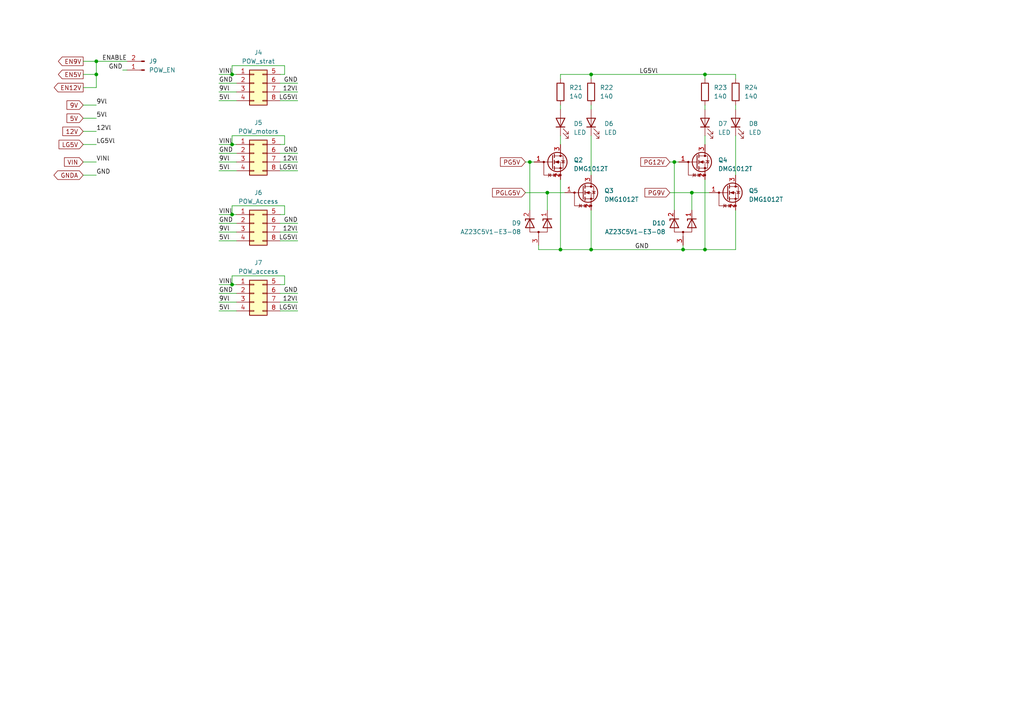
<source format=kicad_sch>
(kicad_sch (version 20250114) (generator "eeschema") (generator_version "9.0")
  (paper "A4")
  (title_block (title "Powkit Board interconnect") (date "2025-03-03") (rev "v1.0") (company "Pokibot") (comment 1 "Interconnection schematic for digital signals"))
  (lib_symbols
    (symbol "Connector:Conn_01x02_Pin" (pin_names (offset 1.016) (hide yes))
      (property "Reference" "J" (at 0 2.54 0))
      (property "Value" "Conn_01x02_Pin" (at 0 -5.08 0))
      (symbol "Conn_01x02_Pin_1_1"
        (rectangle (start 0.8636 0.127) (end 0 -0.127) (stroke (width 0.1524)) (fill (type outline)))
        (rectangle (start 0.8636 -2.413) (end 0 -2.667) (stroke (width 0.1524)) (fill (type outline)))
        (polyline (pts (xy 1.27 0) (xy 0.8636 0)) (stroke (width 0.1524)))
        (polyline (pts (xy 1.27 -2.54) (xy 0.8636 -2.54)) (stroke (width 0.1524)))
        (pin passive line (at 5.08 0 180) (length 3.81) (name "Pin_1") (number "1"))
        (pin passive line (at 5.08 -2.54 180) (length 3.81) (name "Pin_2") (number "2"))
      )
    )
    (symbol "Connector_Generic:Conn_02x04_Top_Bottom" (pin_names (offset 1.016) (hide yes))
      (property "Reference" "J" (at 1.27 5.08 0))
      (property "Value" "Conn_02x04_Top_Bottom" (at 1.27 -7.62 0))
      (symbol "Conn_02x04_Top_Bottom_1_1"
        (rectangle (start -1.27 3.81) (end 3.81 -6.35) (stroke (width 0.254)) (fill (type background)))
        (rectangle (start -1.27 2.667) (end 0 2.413) (stroke (width 0.1524)))
        (rectangle (start -1.27 0.127) (end 0 -0.127) (stroke (width 0.1524)))
        (rectangle (start -1.27 -2.413) (end 0 -2.667) (stroke (width 0.1524)))
        (rectangle (start -1.27 -4.953) (end 0 -5.207) (stroke (width 0.1524)))
        (rectangle (start 3.81 2.667) (end 2.54 2.413) (stroke (width 0.1524)))
        (rectangle (start 3.81 0.127) (end 2.54 -0.127) (stroke (width 0.1524)))
        (rectangle (start 3.81 -2.413) (end 2.54 -2.667) (stroke (width 0.1524)))
        (rectangle (start 3.81 -4.953) (end 2.54 -5.207) (stroke (width 0.1524)))
        (pin passive line (at -5.08 2.54 0) (length 3.81) (name "Pin_1") (number "1"))
        (pin passive line (at -5.08 0 0) (length 3.81) (name "Pin_2") (number "2"))
        (pin passive line (at -5.08 -2.54 0) (length 3.81) (name "Pin_3") (number "3"))
        (pin passive line (at -5.08 -5.08 0) (length 3.81) (name "Pin_4") (number "4"))
        (pin passive line (at 7.62 2.54 180) (length 3.81) (name "Pin_5") (number "5"))
        (pin passive line (at 7.62 0 180) (length 3.81) (name "Pin_6") (number "6"))
        (pin passive line (at 7.62 -2.54 180) (length 3.81) (name "Pin_7") (number "7"))
        (pin passive line (at 7.62 -5.08 180) (length 3.81) (name "Pin_8") (number "8"))
      )
    )
    (symbol "Device:D_Zener_Dual_CommonAnode_KKA_Parallel" (pin_names (offset 0.762) (hide yes))
      (property "Reference" "D" (at 0 5.08 0))
      (property "Value" "D_Zener_Dual_CommonAnode_KKA_Parallel" (at 0 -5.08 0))
      (symbol "D_Zener_Dual_CommonAnode_KKA_Parallel_0_0"
        (polyline (pts (xy 2.032 1.27) (xy 2.54 1.27) (xy 2.54 3.81)) (stroke (width 0.254)))
        (polyline (pts (xy 2.54 -1.27) (xy 2.54 -3.81) (xy 2.032 -3.81)) (stroke (width 0.254)))
      )
      (symbol "D_Zener_Dual_CommonAnode_KKA_Parallel_0_1"
        (circle (center -1.27 0) (radius 0.254) (fill (type outline)))
        (polyline (pts (xy -1.27 0) (xy -2.54 0)))
        (polyline (pts (xy 0 3.81) (xy 2.54 2.54) (xy 0 1.27) (xy 0 3.81) (xy 0 3.81) (xy 0 3.81)) (stroke (width 0.254)))
        (polyline (pts (xy 0 -1.27) (xy 2.54 -2.54) (xy 0 -3.81) (xy 0 -1.27) (xy 0 -1.27) (xy 0 -1.27)) (stroke (width 0.254)))
        (polyline (pts (xy 2.54 2.54) (xy -1.27 2.54) (xy -1.27 -2.54) (xy 2.54 -2.54)))
        (pin passive line (at -5.08 0 0) (length 2.54) (name "A") (number "3"))
        (pin passive line (at 5.08 2.54 180) (length 2.54) (name "K") (number "1"))
        (pin passive line (at 5.08 -2.54 180) (length 2.54) (name "K") (number "2"))
      )
    )
    (symbol "Device:LED" (pin_numbers (hide yes)) (pin_names (offset 1.016) (hide yes))
      (property "Reference" "D" (at 0 2.54 0))
      (property "Value" "LED" (at 0 -2.54 0))
      (symbol "LED_0_1"
        (polyline (pts (xy -3.048 -0.762) (xy -4.572 -2.286) (xy -3.81 -2.286) (xy -4.572 -2.286) (xy -4.572 -1.524)))
        (polyline (pts (xy -1.778 -0.762) (xy -3.302 -2.286) (xy -2.54 -2.286) (xy -3.302 -2.286) (xy -3.302 -1.524)))
        (polyline (pts (xy -1.27 0) (xy 1.27 0)))
        (polyline (pts (xy -1.27 -1.27) (xy -1.27 1.27)) (stroke (width 0.254)))
        (polyline (pts (xy 1.27 -1.27) (xy 1.27 1.27) (xy -1.27 0) (xy 1.27 -1.27)) (stroke (width 0.254)))
      )
      (symbol "LED_1_1"
        (pin passive line (at -3.81 0 0) (length 2.54) (name "K") (number "1"))
        (pin passive line (at 3.81 0 180) (length 2.54) (name "A") (number "2"))
      )
    )
    (symbol "Device:R" (pin_numbers (hide yes)) (pin_names (offset 0))
      (property "Reference" "R" (at 2.032 0 90))
      (property "Value" "R" (at 0 0 90))
      (symbol "R_0_1"
        (rectangle (start -1.016 -2.54) (end 1.016 2.54) (stroke (width 0.254)))
      )
      (symbol "R_1_1"
        (pin passive line (at 0 3.81 270) (length 1.27) (name "~") (number "1"))
        (pin passive line (at 0 -3.81 90) (length 1.27) (name "~") (number "2"))
      )
    )
    (symbol "Transistor_FET:DMG1012T" (pin_names (offset 0) (hide yes))
      (property "Reference" "Q" (at 5.08 1.905 0))
      (property "Value" "DMG1012T" (at 5.08 0 0))
      (symbol "DMG1012T_0_1"
        (polyline (pts (xy 2.54 -3.81) (xy -2.286 -3.81) (xy -2.286 0)))
      )
      (symbol "DMG1012T_1_1"
        (circle (center -2.286 0) (radius 0.254) (fill (type outline)))
        (polyline (pts (xy -1.016 -4.318) (xy -0.889 -4.191) (xy -0.889 -3.429) (xy -0.762 -3.302)))
        (polyline (pts (xy -0.889 -3.81) (xy -0.254 -4.191) (xy -0.254 -3.429) (xy -0.889 -3.81)))
        (polyline (pts (xy 0.254 1.905) (xy 0.254 -1.905)) (stroke (width 0.254)))
        (polyline (pts (xy 0.254 0) (xy -2.54 0)))
        (polyline (pts (xy 0.762 2.286) (xy 0.762 1.27)) (stroke (width 0.254)))
        (polyline (pts (xy 0.762 0.508) (xy 0.762 -0.508)) (stroke (width 0.254)))
        (polyline (pts (xy 0.762 -1.27) (xy 0.762 -2.286)) (stroke (width 0.254)))
        (polyline (pts (xy 0.762 -1.778) (xy 3.302 -1.778) (xy 3.302 1.778) (xy 0.762 1.778)))
        (polyline (pts (xy 1.016 0) (xy 2.032 0.381) (xy 2.032 -0.381) (xy 1.016 0)) (fill (type outline)))
        (polyline (pts (xy 1.143 -3.81) (xy 0.508 -3.429) (xy 0.508 -4.191) (xy 1.143 -3.81)))
        (polyline (pts (xy 1.27 -3.302) (xy 1.143 -3.429) (xy 1.143 -4.191) (xy 1.016 -4.318)))
        (circle (center 1.651 0) (radius 2.794) (stroke (width 0.254)))
        (polyline (pts (xy 2.54 2.54) (xy 2.54 1.778)))
        (circle (center 2.54 1.778) (radius 0.254) (fill (type outline)))
        (circle (center 2.54 -1.778) (radius 0.254) (fill (type outline)))
        (polyline (pts (xy 2.54 -2.54) (xy 2.54 0) (xy 0.762 0)))
        (circle (center 2.54 -3.81) (radius 0.254) (fill (type outline)))
        (polyline (pts (xy 2.794 0.508) (xy 2.921 0.381) (xy 3.683 0.381) (xy 3.81 0.254)))
        (polyline (pts (xy 3.302 0.381) (xy 2.921 -0.254) (xy 3.683 -0.254) (xy 3.302 0.381)))
        (pin input line (at -5.08 0 0) (length 2.54) (name "G") (number "1"))
        (pin passive line (at 2.54 5.08 270) (length 2.54) (name "D") (number "3"))
        (pin passive line (at 2.54 -5.08 90) (length 2.54) (name "S") (number "2"))
      )
    )
  )
  (junction (at 27.94 17.78))
  (junction (at 27.94 21.59))
  (junction (at 67.31 62.23))
  (junction (at 171.45 21.59))
  (junction (at 67.31 41.91))
  (junction (at 195.58 46.99))
  (junction (at 153.67 46.99))
  (junction (at 200.66 55.88))
  (junction (at 198.12 72.39))
  (junction (at 162.56 72.39))
  (junction (at 158.75 55.88))
  (junction (at 171.45 72.39))
  (junction (at 67.31 21.59))
  (junction (at 67.31 82.55))
  (junction (at 204.47 72.39))
  (junction (at 204.47 21.59))
  (wire (pts (xy 27.94 17.78) (xy 36.83 17.78)))
  (wire (pts (xy 63.5 21.59) (xy 67.31 21.59)))
  (wire (pts (xy 194.31 46.99) (xy 195.58 46.99)))
  (wire (pts (xy 63.5 62.23) (xy 67.31 62.23)))
  (wire (pts (xy 200.66 55.88) (xy 205.74 55.88)))
  (wire (pts (xy 63.5 46.99) (xy 68.58 46.99)))
  (wire (pts (xy 162.56 52.07) (xy 162.56 72.39)))
  (wire (pts (xy 63.5 26.67) (xy 68.58 26.67)))
  (wire (pts (xy 162.56 21.59) (xy 171.45 21.59)))
  (wire (pts (xy 156.21 72.39) (xy 156.21 71.12)))
  (wire (pts (xy 81.28 87.63) (xy 86.36 87.63)))
  (wire (pts (xy 27.94 17.78) (xy 27.94 21.59)))
  (wire (pts (xy 81.28 46.99) (xy 86.36 46.99)))
  (wire (pts (xy 24.13 50.8) (xy 27.94 50.8)))
  (wire (pts (xy 67.31 59.69) (xy 82.55 59.69)))
  (wire (pts (xy 82.55 62.23) (xy 81.28 62.23)))
  (wire (pts (xy 213.36 21.59) (xy 213.36 22.86)))
  (wire (pts (xy 195.58 46.99) (xy 196.85 46.99)))
  (wire (pts (xy 67.31 41.91) (xy 67.31 39.37)))
  (wire (pts (xy 82.55 82.55) (xy 81.28 82.55)))
  (wire (pts (xy 81.28 85.09) (xy 86.36 85.09)))
  (wire (pts (xy 67.31 62.23) (xy 67.31 59.69)))
  (wire (pts (xy 81.28 26.67) (xy 86.36 26.67)))
  (wire (pts (xy 195.58 60.96) (xy 195.58 46.99)))
  (wire (pts (xy 63.5 67.31) (xy 68.58 67.31)))
  (wire (pts (xy 63.5 41.91) (xy 67.31 41.91)))
  (wire (pts (xy 24.13 21.59) (xy 27.94 21.59)))
  (wire (pts (xy 204.47 21.59) (xy 204.47 22.86)))
  (wire (pts (xy 171.45 60.96) (xy 171.45 72.39)))
  (wire (pts (xy 63.5 82.55) (xy 67.31 82.55)))
  (wire (pts (xy 81.28 29.21) (xy 86.36 29.21)))
  (wire (pts (xy 81.28 24.13) (xy 86.36 24.13)))
  (wire (pts (xy 63.5 44.45) (xy 68.58 44.45)))
  (wire (pts (xy 63.5 90.17) (xy 68.58 90.17)))
  (wire (pts (xy 82.55 19.05) (xy 82.55 21.59)))
  (wire (pts (xy 171.45 72.39) (xy 198.12 72.39)))
  (wire (pts (xy 63.5 24.13) (xy 68.58 24.13)))
  (wire (pts (xy 204.47 72.39) (xy 213.36 72.39)))
  (wire (pts (xy 153.67 60.96) (xy 153.67 46.99)))
  (wire (pts (xy 162.56 39.37) (xy 162.56 41.91)))
  (wire (pts (xy 200.66 60.96) (xy 200.66 55.88)))
  (wire (pts (xy 63.5 85.09) (xy 68.58 85.09)))
  (wire (pts (xy 82.55 80.01) (xy 82.55 82.55)))
  (wire (pts (xy 171.45 30.48) (xy 171.45 31.75)))
  (wire (pts (xy 24.13 34.29) (xy 27.94 34.29)))
  (wire (pts (xy 213.36 72.39) (xy 213.36 60.96)))
  (wire (pts (xy 82.55 39.37) (xy 82.55 41.91)))
  (wire (pts (xy 156.21 72.39) (xy 162.56 72.39)))
  (wire (pts (xy 63.5 64.77) (xy 68.58 64.77)))
  (wire (pts (xy 67.31 82.55) (xy 68.58 82.55)))
  (wire (pts (xy 24.13 30.48) (xy 27.94 30.48)))
  (wire (pts (xy 198.12 71.12) (xy 198.12 72.39)))
  (wire (pts (xy 67.31 39.37) (xy 82.55 39.37)))
  (wire (pts (xy 82.55 21.59) (xy 81.28 21.59)))
  (wire (pts (xy 63.5 87.63) (xy 68.58 87.63)))
  (wire (pts (xy 213.36 30.48) (xy 213.36 31.75)))
  (wire (pts (xy 171.45 39.37) (xy 171.45 50.8)))
  (wire (pts (xy 24.13 25.4) (xy 27.94 25.4)))
  (wire (pts (xy 204.47 30.48) (xy 204.47 31.75)))
  (wire (pts (xy 63.5 69.85) (xy 68.58 69.85)))
  (wire (pts (xy 35.56 20.32) (xy 36.83 20.32)))
  (wire (pts (xy 204.47 21.59) (xy 213.36 21.59)))
  (wire (pts (xy 81.28 67.31) (xy 86.36 67.31)))
  (wire (pts (xy 153.67 46.99) (xy 154.94 46.99)))
  (wire (pts (xy 67.31 21.59) (xy 67.31 19.05)))
  (wire (pts (xy 81.28 44.45) (xy 86.36 44.45)))
  (wire (pts (xy 67.31 80.01) (xy 82.55 80.01)))
  (wire (pts (xy 67.31 19.05) (xy 82.55 19.05)))
  (wire (pts (xy 63.5 49.53) (xy 68.58 49.53)))
  (wire (pts (xy 24.13 17.78) (xy 27.94 17.78)))
  (wire (pts (xy 213.36 39.37) (xy 213.36 50.8)))
  (wire (pts (xy 27.94 21.59) (xy 27.94 25.4)))
  (wire (pts (xy 204.47 39.37) (xy 204.47 41.91)))
  (wire (pts (xy 152.4 46.99) (xy 153.67 46.99)))
  (wire (pts (xy 81.28 64.77) (xy 86.36 64.77)))
  (wire (pts (xy 24.13 46.99) (xy 27.94 46.99)))
  (wire (pts (xy 24.13 41.91) (xy 27.94 41.91)))
  (wire (pts (xy 67.31 21.59) (xy 68.58 21.59)))
  (wire (pts (xy 81.28 90.17) (xy 86.36 90.17)))
  (wire (pts (xy 82.55 41.91) (xy 81.28 41.91)))
  (wire (pts (xy 198.12 72.39) (xy 204.47 72.39)))
  (wire (pts (xy 67.31 41.91) (xy 68.58 41.91)))
  (wire (pts (xy 24.13 38.1) (xy 27.94 38.1)))
  (wire (pts (xy 81.28 69.85) (xy 86.36 69.85)))
  (wire (pts (xy 162.56 22.86) (xy 162.56 21.59)))
  (wire (pts (xy 81.28 49.53) (xy 86.36 49.53)))
  (wire (pts (xy 162.56 31.75) (xy 162.56 30.48)))
  (wire (pts (xy 67.31 62.23) (xy 68.58 62.23)))
  (wire (pts (xy 171.45 21.59) (xy 204.47 21.59)))
  (wire (pts (xy 67.31 82.55) (xy 67.31 80.01)))
  (wire (pts (xy 152.4 55.88) (xy 158.75 55.88)))
  (wire (pts (xy 63.5 29.21) (xy 68.58 29.21)))
  (wire (pts (xy 204.47 52.07) (xy 204.47 72.39)))
  (wire (pts (xy 158.75 55.88) (xy 163.83 55.88)))
  (wire (pts (xy 171.45 21.59) (xy 171.45 22.86)))
  (wire (pts (xy 162.56 72.39) (xy 171.45 72.39)))
  (wire (pts (xy 194.31 55.88) (xy 200.66 55.88)))
  (wire (pts (xy 82.55 59.69) (xy 82.55 62.23)))
  (wire (pts (xy 158.75 60.96) (xy 158.75 55.88)))
  (label "LG5Vl" (at 86.36 90.17 180))
  (label "LG5Vl" (at 27.94 41.91 0))
  (label "LG5Vl" (at 86.36 49.53 180))
  (label "GND" (at 63.5 64.77 0))
  (label "9Vl" (at 63.5 67.31 0))
  (label "GND" (at 86.36 24.13 180))
  (label "12Vl" (at 27.94 38.1 0))
  (label "9Vl" (at 27.94 30.48 0))
  (label "12Vl" (at 86.36 26.67 180))
  (label "GND" (at 184.15 72.39 0))
  (label "5Vl" (at 63.5 69.85 0))
  (label "12Vl" (at 86.36 46.99 180))
  (label "5Vl" (at 27.94 34.29 0))
  (label "LG5Vl" (at 86.36 69.85 180))
  (label "GND" (at 86.36 85.09 180))
  (label "LG5Vl" (at 185.42 21.59 0))
  (label "5Vl" (at 63.5 29.21 0))
  (label "5Vl" (at 63.5 49.53 0))
  (label "GND" (at 86.36 64.77 180))
  (label "GND" (at 63.5 24.13 0))
  (label "9Vl" (at 63.5 26.67 0))
  (label "ENABLE" (at 36.83 17.78 180))
  (label "VINl" (at 27.94 46.99 0))
  (label "12Vl" (at 86.36 87.63 180))
  (label "9Vl" (at 63.5 87.63 0))
  (label "VINl" (at 63.5 62.23 0))
  (label "GND" (at 63.5 44.45 0))
  (label "GND" (at 86.36 44.45 180))
  (label "GND" (at 63.5 85.09 0))
  (label "VINl" (at 63.5 41.91 0))
  (label "GND" (at 35.56 20.32 180))
  (label "VINl" (at 63.5 82.55 0))
  (label "LG5Vl" (at 86.36 29.21 180))
  (label "5Vl" (at 63.5 90.17 0))
  (label "12Vl" (at 86.36 67.31 180))
  (label "9Vl" (at 63.5 46.99 0))
  (label "GND" (at 27.94 50.8 0))
  (label "VINl" (at 63.5 21.59 0))
  (global_label "5V" (shape input) (at 24.13 34.29 180) (property "Intersheetrefs" "${INTERSHEET_REFS}" (effects (hide yes))))
  (global_label "EN12V" (shape output) (at 24.13 25.4 180) (property "Intersheetrefs" "${INTERSHEET_REFS}" (effects (hide yes))))
  (global_label "PG12V" (shape input) (at 194.31 46.99 180) (property "Intersheetrefs" "${INTERSHEET_REFS}" (effects (hide yes))))
  (global_label "GNDA" (shape bidirectional) (at 24.13 50.8 180) (property "Intersheetrefs" "${INTERSHEET_REFS}" (effects (hide yes))))
  (global_label "PG9V" (shape input) (at 194.31 55.88 180) (property "Intersheetrefs" "${INTERSHEET_REFS}" (effects (hide yes))))
  (global_label "LG5V" (shape input) (at 24.13 41.91 180) (property "Intersheetrefs" "${INTERSHEET_REFS}" (effects (hide yes))))
  (global_label "EN9V" (shape output) (at 24.13 17.78 180) (property "Intersheetrefs" "${INTERSHEET_REFS}" (effects (hide yes))))
  (global_label "VIN" (shape input) (at 24.13 46.99 180) (property "Intersheetrefs" "${INTERSHEET_REFS}" (effects (hide yes))))
  (global_label "PGLG5V" (shape input) (at 152.4 55.88 180) (property "Intersheetrefs" "${INTERSHEET_REFS}" (effects (hide yes))))
  (global_label "EN5V" (shape output) (at 24.13 21.59 180) (property "Intersheetrefs" "${INTERSHEET_REFS}" (effects (hide yes))))
  (global_label "12V" (shape input) (at 24.13 38.1 180) (property "Intersheetrefs" "${INTERSHEET_REFS}" (effects (hide yes))))
  (global_label "PG5V" (shape input) (at 152.4 46.99 180) (property "Intersheetrefs" "${INTERSHEET_REFS}" (effects (hide yes))))
  (global_label "9V" (shape input) (at 24.13 30.48 180) (property "Intersheetrefs" "${INTERSHEET_REFS}" (effects (hide yes))))
  (symbol (lib_id "Device:R") (at 204.47 26.67 0) (unit 1)
    (property "Reference" "R23" (at 207.01 25.3999 0) (effects (justify left)))
    (property "Value" "140" (at 207.01 27.9399 0) (effects (justify left)))
    (property "Footprint" "Resistor_SMD:R_0603_1608Metric" (effects (hide yes)))
    (property "Description" "Resistor" (effects (hide yes)))
  )
  (symbol (lib_id "Connector_Generic:Conn_02x04_Top_Bottom") (at 73.66 24.13 0) (unit 1)
    (property "Reference" "J4" (at 74.93 15.24 0))
    (property "Value" "POW_strat" (at 74.93 17.78 0))
    (property "Footprint" "Connector_Molex:Molex_Nano-Fit_105314-xx08_2x04_P2.50mm_Horizontal" (effects (hide yes)))
    (property "Description" "Generic connector, double row, 02x04, top/bottom pin numbering scheme (row 1: 1...pins_per_row, row2: pins_per_row+1 ... num_pins), script generated (kicad-library-utils/schlib/autogen/connector/)" (effects (hide yes)))
  )
  (symbol (lib_id "Device:R") (at 213.36 26.67 0) (unit 1)
    (property "Reference" "R24" (at 215.9 25.3999 0) (effects (justify left)))
    (property "Value" "140" (at 215.9 27.9399 0) (effects (justify left)))
    (property "Footprint" "Resistor_SMD:R_0603_1608Metric" (effects (hide yes)))
    (property "Description" "Resistor" (effects (hide yes)))
  )
  (symbol (lib_id "Connector_Generic:Conn_02x04_Top_Bottom") (at 73.66 64.77 0) (unit 1)
    (property "Reference" "J6" (at 74.93 55.88 0))
    (property "Value" "POW_Access" (at 74.93 58.42 0))
    (property "Footprint" "Connector_Molex:Molex_Nano-Fit_105314-xx08_2x04_P2.50mm_Horizontal" (effects (hide yes)))
    (property "Description" "Generic connector, double row, 02x04, top/bottom pin numbering scheme (row 1: 1...pins_per_row, row2: pins_per_row+1 ... num_pins), script generated (kicad-library-utils/schlib/autogen/connector/)" (effects (hide yes)))
  )
  (symbol (lib_id "Device:LED") (at 213.36 35.56 90) (unit 1)
    (property "Reference" "D8" (at 217.17 35.8774 90) (effects (justify right)))
    (property "Value" "LED" (at 217.17 38.4174 90) (effects (justify right)))
    (property "Footprint" "LED_THT:LED_D3.0mm" (effects (hide yes)))
    (property "Description" "Light emitting diode" (effects (hide yes)))
  )
  (symbol (lib_id "Device:R") (at 162.56 26.67 0) (unit 1)
    (property "Reference" "R21" (at 165.1 25.3999 0) (effects (justify left)))
    (property "Value" "140" (at 165.1 27.9399 0) (effects (justify left)))
    (property "Footprint" "Resistor_SMD:R_0603_1608Metric" (effects (hide yes)))
    (property "Description" "Resistor" (effects (hide yes)))
  )
  (symbol (lib_id "Connector_Generic:Conn_02x04_Top_Bottom") (at 73.66 85.09 0) (unit 1)
    (property "Reference" "J7" (at 74.93 76.2 0))
    (property "Value" "POW_access" (at 74.93 78.74 0))
    (property "Footprint" "Connector_Molex:Molex_Nano-Fit_105314-xx08_2x04_P2.50mm_Horizontal" (effects (hide yes)))
    (property "Description" "Generic connector, double row, 02x04, top/bottom pin numbering scheme (row 1: 1...pins_per_row, row2: pins_per_row+1 ... num_pins), script generated (kicad-library-utils/schlib/autogen/connector/)" (effects (hide yes)))
  )
  (symbol (lib_id "Device:LED") (at 204.47 35.56 90) (unit 1)
    (property "Reference" "D7" (at 208.28 35.8774 90) (effects (justify right)))
    (property "Value" "LED" (at 208.28 38.4174 90) (effects (justify right)))
    (property "Footprint" "LED_THT:LED_D3.0mm" (effects (hide yes)))
    (property "Description" "Light emitting diode" (effects (hide yes)))
  )
  (symbol (lib_id "Transistor_FET:DMG1012T") (at 201.93 46.99 0) (unit 1)
    (property "Reference" "Q4" (at 208.28 46.4184 0) (effects (justify left)))
    (property "Value" "DMG1012T" (at 208.28 48.9584 0) (effects (justify left)))
    (property "Footprint" "Package_TO_SOT_SMD:SOT-523" (effects (hide yes)))
    (property "Datasheet" "https://www.diodes.com/assets/Datasheets/ds31783.pdf" (effects (hide yes)))
    (property "Description" "20V Vds, 0.63 Id, N-Channel MOSFET with ESD protection, SOT-523" (effects (hide yes)))
  )
  (symbol (lib_id "Device:LED") (at 171.45 35.56 90) (unit 1)
    (property "Reference" "D6" (at 175.26 35.8774 90) (effects (justify right)))
    (property "Value" "LED" (at 175.26 38.4174 90) (effects (justify right)))
    (property "Footprint" "LED_THT:LED_D3.0mm" (effects (hide yes)))
    (property "Description" "Light emitting diode" (effects (hide yes)))
  )
  (symbol (lib_id "Connector:Conn_01x02_Pin") (at 41.91 20.32 180) (unit 1)
    (property "Reference" "J9" (at 43.18 17.7799 0) (effects (justify right)))
    (property "Value" "POW_EN" (at 43.18 20.3199 0) (effects (justify right)))
    (property "Footprint" "Connector_Molex:Molex_KK-254_AE-6410-02A_1x02_P2.54mm_Vertical" (effects (hide yes)))
    (property "Description" "Generic connector, single row, 01x02, script generated" (effects (hide yes)))
  )
  (symbol (lib_id "Device:LED") (at 162.56 35.56 90) (unit 1)
    (property "Reference" "D5" (at 166.37 35.8774 90) (effects (justify right)))
    (property "Value" "LED" (at 166.37 38.4174 90) (effects (justify right)))
    (property "Footprint" "LED_THT:LED_D3.0mm" (effects (hide yes)))
    (property "Description" "Light emitting diode" (effects (hide yes)))
  )
  (symbol (lib_id "Device:R") (at 171.45 26.67 0) (unit 1)
    (property "Reference" "R22" (at 173.99 25.3999 0) (effects (justify left)))
    (property "Value" "140" (at 173.99 27.9399 0) (effects (justify left)))
    (property "Footprint" "Resistor_SMD:R_0603_1608Metric" (effects (hide yes)))
    (property "Description" "Resistor" (effects (hide yes)))
  )
  (symbol (lib_id "Transistor_FET:DMG1012T") (at 210.82 55.88 0) (unit 1)
    (property "Reference" "Q5" (at 217.17 55.3084 0) (effects (justify left)))
    (property "Value" "DMG1012T" (at 217.17 57.8484 0) (effects (justify left)))
    (property "Footprint" "Package_TO_SOT_SMD:SOT-523" (effects (hide yes)))
    (property "Datasheet" "https://www.diodes.com/assets/Datasheets/ds31783.pdf" (effects (hide yes)))
    (property "Description" "20V Vds, 0.63 Id, N-Channel MOSFET with ESD protection, SOT-523" (effects (hide yes)))
  )
  (symbol (lib_id "Transistor_FET:DMG1012T") (at 160.02 46.99 0) (unit 1)
    (property "Reference" "Q2" (at 166.37 46.4184 0) (effects (justify left)))
    (property "Value" "DMG1012T" (at 166.37 48.9584 0) (effects (justify left)))
    (property "Footprint" "Package_TO_SOT_SMD:SOT-523" (effects (hide yes)))
    (property "Datasheet" "https://www.diodes.com/assets/Datasheets/ds31783.pdf" (effects (hide yes)))
    (property "Description" "20V Vds, 0.63 Id, N-Channel MOSFET with ESD protection, SOT-523" (effects (hide yes)))
  )
  (symbol (lib_id "Transistor_FET:DMG1012T") (at 168.91 55.88 0) (unit 1)
    (property "Reference" "Q3" (at 175.26 55.3084 0) (effects (justify left)))
    (property "Value" "DMG1012T" (at 175.26 57.8484 0) (effects (justify left)))
    (property "Footprint" "Package_TO_SOT_SMD:SOT-523" (effects (hide yes)))
    (property "Datasheet" "https://www.diodes.com/assets/Datasheets/ds31783.pdf" (effects (hide yes)))
    (property "Description" "20V Vds, 0.63 Id, N-Channel MOSFET with ESD protection, SOT-523" (effects (hide yes)))
  )
  (symbol (lib_id "Device:D_Zener_Dual_CommonAnode_KKA_Parallel") (at 198.12 66.04 270) (mirror x) (unit 1)
    (property "Reference" "D10" (at 193.04 64.7064 90) (effects (justify right)))
    (property "Value" "AZ23C5V1-E3-08" (at 193.04 67.2464 90) (effects (justify right)))
    (property "Footprint" "Package_TO_SOT_SMD:SOT-23" (effects (hide yes)))
    (property "Description" "Dual Zener diode, common anode on pin 1" (effects (hide yes)))
  )
  (symbol (lib_id "Connector_Generic:Conn_02x04_Top_Bottom") (at 73.66 44.45 0) (unit 1)
    (property "Reference" "J5" (at 74.93 35.56 0))
    (property "Value" "POW_motors" (at 74.93 38.1 0))
    (property "Footprint" "Connector_Molex:Molex_Nano-Fit_105314-xx08_2x04_P2.50mm_Horizontal" (effects (hide yes)))
    (property "Description" "Generic connector, double row, 02x04, top/bottom pin numbering scheme (row 1: 1...pins_per_row, row2: pins_per_row+1 ... num_pins), script generated (kicad-library-utils/schlib/autogen/connector/)" (effects (hide yes)))
  )
  (symbol (lib_id "Device:D_Zener_Dual_CommonAnode_KKA_Parallel") (at 156.21 66.04 270) (mirror x) (unit 1)
    (property "Reference" "D9" (at 151.13 64.7064 90) (effects (justify right)))
    (property "Value" "AZ23C5V1-E3-08" (at 151.13 67.2464 90) (effects (justify right)))
    (property "Footprint" "Package_TO_SOT_SMD:SOT-23" (effects (hide yes)))
    (property "Description" "Dual Zener diode, common anode on pin 1" (effects (hide yes)))
  )
)
</source>
